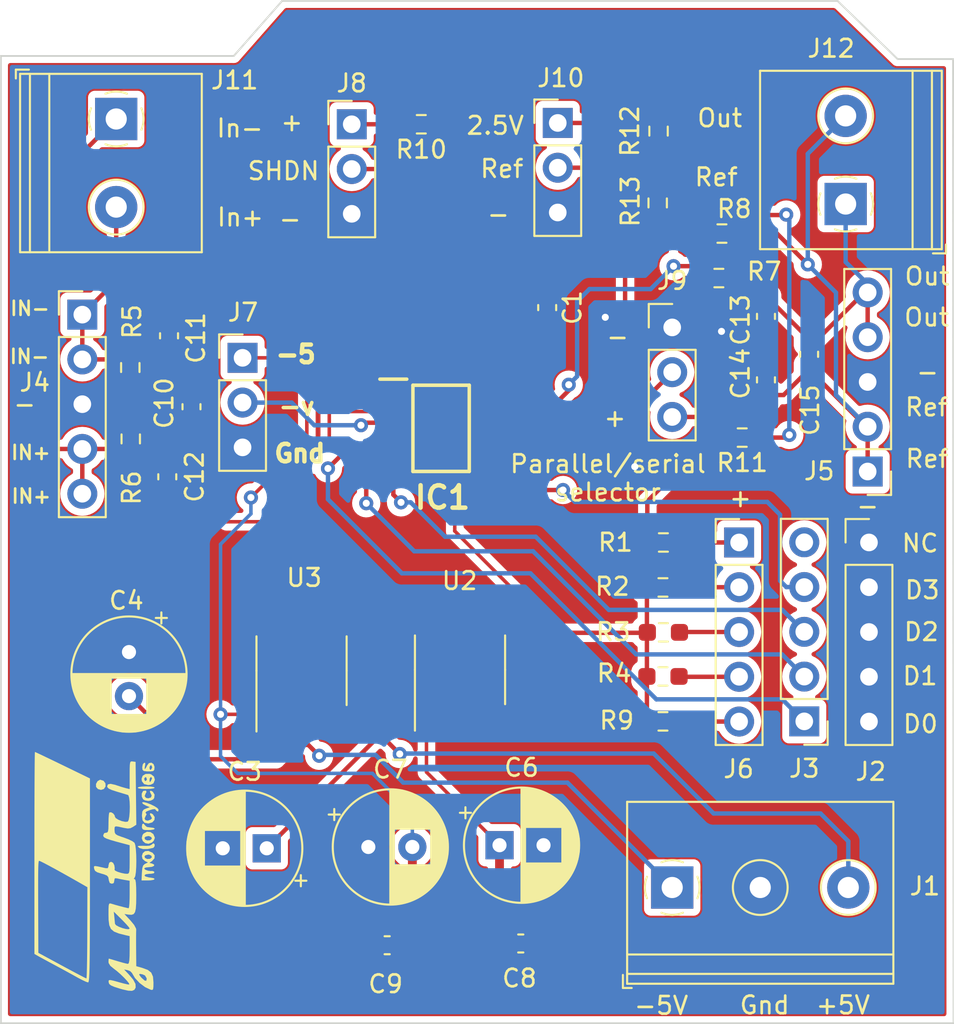
<source format=kicad_pcb>
(kicad_pcb (version 20211014) (generator pcbnew)
  (title_block (title "Amplifier board") (date "2022-06-09") (company "Yatri Motorcycles"))
  (layers (0 "F.Cu" signal) (31 "B.Cu" signal) (34 "B.Paste" user) (35 "F.Paste" user) (36 "B.SilkS" user "B.Silkscreen") (37 "F.SilkS" user "F.Silkscreen") (38 "B.Mask" user) (39 "F.Mask" user) (44 "Edge.Cuts" user))
  (net 0 "")
  (net 1 "GND")
  (net 2 "+5")
  (net 3 "Net-(C3-Pad1)")
  (net 4 "IN-")
  (net 5 "IN+")
  (net 7 "D0")
  (net 8 "D1")
  (net 9 "D2")
  (net 10 "D3")
  (net 11 "-5")
  (net 13 "OUT")
  (net 14 "Net-(C4-Pad2)")
  (net 15 "Net-(J11-Pad2)")
  (net 16 "Net-(J11-Pad1)")
  (net 17 "Net-(C13-Pad1)")
  (net 18 "Net-(C14-Pad2)")
  (net 23 "Net-(IC1-Pad1)")
  (net 24 "Net-(IC1-Pad4)")
  (net 25 "Net-(IC1-Pad11)")
  (net 27 "Net-(J6-Pad1)")
  (net 28 "Net-(J6-Pad2)")
  (net 29 "Net-(J6-Pad3)")
  (net 30 "Net-(J6-Pad4)")
  (net 31 "Net-(J6-Pad5)")
  (net 32 "Net-(J8-Pad1)")
  (net 33 "Net-(J9-Pad3)")
  (net 34 "Net-(J10-Pad1)")
  (net 35 "REF")
  (footprint "Connector_PinHeader_2.54mm:PinHeader_1x05_P2.54mm_Vertical" (layer "F.Cu") (at 120.838 82.8585)
    (fp_text reference "J4")
    (fp_text value "Conn_01x05_Male" hide)
  )
  (footprint "Capacitor_SMD:C_0603_1608Metric_Pad1.08x0.95mm_HandSolder" (layer "F.Cu") (at 127.038 88.0835 90)
    (fp_text reference "C10")
    (fp_text value "C")
  )
  (footprint "Capacitor_SMD:C_0603_1608Metric_Pad1.08x0.95mm_HandSolder" (layer "F.Cu") (at 125.663 92.0585 -90)
    (fp_text reference "C12")
    (fp_text value "C")
  )
  (footprint "Package_SO:SOIC-8_3.9x4.9mm_P1.27mm" (layer "F.Cu") (at 133.288 103.0585 90)
    (fp_text reference "U3")
    (fp_text value "L79L08_SO8")
  )
  (footprint "Resistor_SMD:R_0603_1608Metric_Pad0.98x0.95mm_HandSolder" (layer "F.Cu") (at 158.313 89.8335 180)
    (fp_text reference "R11")
    (fp_text value "470")
  )
  (footprint "Resistor_SMD:R_0603_1608Metric_Pad0.98x0.95mm_HandSolder" (layer "F.Cu") (at 153.838 100.8835)
    (fp_text reference "R3")
    (fp_text value "470" hide)
  )
  (footprint "Resistor_SMD:R_0603_1608Metric_Pad0.98x0.95mm_HandSolder" (layer "F.Cu") (at 153.513 76.521 -90)
    (fp_text reference "R13")
    (fp_text value "4.7k")
  )
  (footprint "Capacitor_THT:CP_Radial_D6.3mm_P2.50mm" (layer "F.Cu") (at 144.530621 112.9585)
    (fp_text reference "C6")
    (fp_text value "100uF")
  )
  (footprint "Connector_PinHeader_2.54mm:PinHeader_1x03_P2.54mm_Vertical" (layer "F.Cu") (at 136.138 72.0585)
    (fp_text reference "J8")
    (fp_text value "Conn_01x03_Male" hide)
  )
  (footprint "Resistor_SMD:R_0603_1608Metric_Pad0.98x0.95mm_HandSolder" (layer "F.Cu") (at 153.813 98.3335)
    (fp_text reference "R2")
    (fp_text value "470" hide)
  )
  (footprint "Capacitor_SMD:C_0603_1608Metric_Pad1.08x0.95mm_HandSolder" (layer "F.Cu") (at 147.238 82.4585 -90)
    (fp_text reference "C1")
    (fp_text value "0.1")
  )
  (footprint "Resistor_SMD:R_0603_1608Metric_Pad0.98x0.95mm_HandSolder" (layer "F.Cu") (at 123.588 89.9085 -90)
    (fp_text reference "R6")
    (fp_text value "0")
  )
  (footprint "Resistor_SMD:R_0603_1608Metric_Pad0.98x0.95mm_HandSolder" (layer "F.Cu") (at 123.563 85.8585 90)
    (fp_text reference "R5")
    (fp_text value "0")
  )
  (footprint "Resistor_SMD:R_0603_1608Metric_Pad0.98x0.95mm_HandSolder" (layer "F.Cu") (at 140.088 72.0585 180)
    (fp_text reference "R10")
    (fp_text value "470")
  )
  (footprint "Connector_PinHeader_2.54mm:PinHeader_1x03_P2.54mm_Vertical" (layer "F.Cu") (at 147.838 71.9835)
    (fp_text reference "J10")
    (fp_text value "Conn_01x03_Male" hide)
  )
  (footprint "Connector_PinHeader_2.54mm:PinHeader_1x03_P2.54mm_Vertical" (layer "F.Cu") (at 154.338 83.5835)
    (fp_text reference "J9")
    (fp_text value "Conn_01x03_Male" hide)
  )
  (footprint "Resistor_SMD:R_0603_1608Metric_Pad0.98x0.95mm_HandSolder" (layer "F.Cu") (at 157.163 78.2585)
    (fp_text reference "R8")
    (fp_text value "0")
  )
  (footprint "Connector_PinHeader_2.54mm:PinHeader_1x05_P2.54mm_Vertical" (layer "F.Cu") (at 158.138 95.7835)
    (fp_text reference "J6")
    (fp_text value "Conn_01x05_Male" hide)
  )
  (footprint "Capacitor_SMD:C_0603_1608Metric_Pad1.08x0.95mm_HandSolder" (layer "F.Cu") (at 162.113 85.1085 -90)
    (fp_text reference "C15")
    (fp_text value "C" hide)
  )
  (footprint "Capacitor_THT:CP_Radial_D6.3mm_P2.50mm" (layer "F.Cu") (at 123.488 102.001121 -90)
    (fp_text reference "C4")
    (fp_text value "100uF")
  )
  (footprint "Resistor_SMD:R_0603_1608Metric_Pad0.98x0.95mm_HandSolder" (layer "F.Cu") (at 153.813 103.3835)
    (fp_text reference "R4")
    (fp_text value "470" hide)
  )
  (footprint "Capacitor_SMD:C_0603_1608Metric_Pad1.08x0.95mm_HandSolder" (layer "F.Cu") (at 159.663 82.9585 -90)
    (fp_text reference "C13")
    (fp_text value "C" hide)
  )
  (footprint "Capacitor_SMD:C_0603_1608Metric_Pad1.08x0.95mm_HandSolder" (layer "F.Cu") (at 159.663 86.5585 -90)
    (fp_text reference "C14")
    (fp_text value "C" hide)
  )
  (footprint "Capacitor_THT:CP_Radial_D6.3mm_P2.50mm" (layer "F.Cu") (at 131.313 113.1335 180)
    (fp_text reference "C3")
    (fp_text value "100uF")
  )
  (footprint "LOGO" (layer "F.Cu") (at 121.422 114.5815 90)
    (fp_text reference "G***" hide)
    (fp_text value "LOGO" hide)
  )
  (footprint "Resistor_SMD:R_0603_1608Metric_Pad0.98x0.95mm_HandSolder" (layer "F.Cu") (at 153.563 72.446 -90)
    (fp_text reference "R12")
    (fp_text value "4.7k" hide)
  )
  (footprint "TerminalBlock_Philmore:TerminalBlock_Philmore_TB132_1x02_P5.00mm_Horizontal" (layer "F.Cu") (at 164.188 76.5835 90)
    (fp_text reference "J12")
    (fp_text value "Screw_Terminal_01x02" hide)
  )
  (footprint "Capacitor_SMD:C_0603_1608Metric_Pad1.08x0.95mm_HandSolder" (layer "F.Cu") (at 138.1505 118.6335)
    (fp_text reference "C9")
    (fp_text value "0.1uF")
  )
  (footprint "Resistor_SMD:R_0603_1608Metric_Pad0.98x0.95mm_HandSolder" (layer "F.Cu") (at 156.988 80.7835)
    (fp_text reference "R7")
    (fp_text value "0")
  )
  (footprint "Capacitor_THT:CP_Radial_D6.3mm_P2.50mm" (layer "F.Cu") (at 137.080621 113.0585)
    (fp_text reference "C7")
    (fp_text value "100uf")
  )
  (footprint "Connector_PinHeader_2.54mm:PinHeader_1x05_P2.54mm_Vertical" (layer "F.Cu") (at 165.513 95.7835)
    (fp_text reference "J2")
    (fp_text value "Conn_01x05_Male" hide)
  )
  (footprint "Capacitor_SMD:C_0603_1608Metric_Pad1.08x0.95mm_HandSolder" (layer "F.Cu") (at 125.763 84.0585 -90)
    (fp_text reference "C11")
    (fp_text value "C")
  )
  (footprint "TerminalBlock_Philmore:TerminalBlock_Philmore_TB133_1x03_P5.00mm_Horizontal" (layer "F.Cu") (at 154.338 115.3585)
    (fp_text reference "J1")
    (fp_text value "Screw_Terminal_01x03")
  )
  (footprint "Resistor_SMD:R_0603_1608Metric_Pad0.98x0.95mm_HandSolder" (layer "F.Cu") (at 153.838 95.7835)
    (fp_text reference "R1")
    (fp_text value "470" hide)
  )
  (footprint "Connector_PinHeader_2.54mm:PinHeader_1x05_P2.54mm_Vertical" (layer "F.Cu") (at 161.838 105.9335 180)
    (fp_text reference "J3")
    (fp_text value "Conn_01x05_Male" hide)
  )
  (footprint "Resistor_SMD:R_0603_1608Metric_Pad0.98x0.95mm_HandSolder" (layer "F.Cu") (at 153.813 105.9335)
    (fp_text reference "R9")
    (fp_text value "470" hide)
  )
  (footprint "Package_SO:SOIC-8_3.9x4.9mm_P1.27mm" (layer "F.Cu") (at 142.288 103.0085 90)
    (fp_text reference "U2")
    (fp_text value "L78L09_SO8")
  )
  (footprint "Connector_PinHeader_2.54mm:PinHeader_1x03_P2.54mm_Vertical" (layer "F.Cu") (at 129.938 85.3085)
    (fp_text reference "J7")
    (fp_text value "Conn_01x03_Male" hide)
  )
  (footprint "Capacitor_SMD:C_0603_1608Metric_Pad1.08x0.95mm_HandSolder" (layer "F.Cu") (at 145.738 118.5335)
    (fp_text reference "C8")
    (fp_text value "0.1uF")
  )
  (footprint "Connector_PinHeader_2.54mm:PinHeader_1x05_P2.54mm_Vertical" (layer "F.Cu") (at 165.438 91.7585 180)
    (fp_text reference "J5")
    (fp_text value "Conn_01x05_Male" hide)
  )
  (footprint "TerminalBlock_Philmore:TerminalBlock_Philmore_TB132_1x02_P5.00mm_Horizontal" (layer "F.Cu") (at 122.763 71.7585 -90)
    (fp_text reference "J11")
    (fp_text value "Screw_Terminal_01x02" hide)
  )
  (footprint "LTC6915:SOP64P601X175-16N" (layer "F.Cu") (at 141.213 89.3085)
    (fp_text reference "IC1")
    (fp_text value "LTC6915IGN#PBF" hide)
  )
  (gr_line (start 116.213 68.1835) (end 129.438 68.1835) (layer "Edge.Cuts") (width 0.1))
  (gr_line (start 170.313 123.0585) (end 116.213 123.0585) (layer "Edge.Cuts") (width 0.1))
  (gr_line (start 167.138 68.3585) (end 170.288 68.3585) (layer "Edge.Cuts") (width 0.1))
  (gr_line (start 116.213 123.0585) (end 116.213 68.1835) (layer "Edge.Cuts") (width 0.1))
  (gr_line (start 170.288 68.3585) (end 170.313 123.0585) (layer "Edge.Cuts") (width 0.1))
  (gr_line (start 129.438 68.1835) (end 132.188 65.0585) (layer "Edge.Cuts") (width 0.1))
  (gr_line (start 163.7255 65.0585) (end 167.138 68.3585) (layer "Edge.Cuts") (width 0.1))
  (gr_line (start 132.188 65.0585) (end 163.7255 65.0585) (layer "Edge.Cuts") (width 0.1))
  (gr_text "Out" (at 157.038 71.7085) (layer "F.SilkS") (effects (font (size 1 1))))
  (gr_text "In+" (at 129.813 77.3335) (layer "F.SilkS") (effects (font (size 1 1))))
  (gr_text "Gnd" (at 159.588 122.0335) (layer "F.SilkS") (effects (font (size 1 1))))
  (gr_text "+" (at 158.213 93.2585) (layer "F.SilkS") (effects (font (size 1 1))))
  (gr_text "-5V" (at 153.713 122.0585) (layer "F.SilkS") (effects (font (size 1 1))))
  (gr_text "-5" (at 132.963 85.1085) (layer "F.SilkS") (effects (font (size 1 1) (thickness 0.25))))
  (gr_text "Ref" (at 156.838 75.0585) (layer "F.SilkS") (effects (font (size 1 1))))
  (gr_text "2.5V" (at 144.288 72.1335) (layer "F.SilkS") (effects (font (size 1 1))))
  (gr_text "Out" (at 168.813 80.6835) (layer "F.SilkS") (effects (font (size 1 1))))
  (gr_text "+" (at 132.738 71.9335) (layer "F.SilkS") (effects (font (size 1 1))))
  (gr_text "IN-" (at 117.838 85.2335) (layer "F.SilkS") (effects (font (size 0.8 0.8))))
  (gr_text "-" (at 144.463 77.1585) (layer "F.SilkS") (effects (font (size 1 1))))
  (gr_text "Parallel/serial\nselector" (at 150.688 92.1335) (layer "F.SilkS") (effects (font (size 1 1))))
  (gr_text "IN-" (at 117.863 82.5085) (layer "F.SilkS") (effects (font (size 0.8 0.8))))
  (gr_text "IN+" (at 117.913 90.6835) (layer "F.SilkS") (effects (font (size 0.8 0.8))))
  (gr_text "-" (at 165.438 93.7085) (layer "F.SilkS") (effects (font (size 1 1))))
  (gr_text "+5V" (at 164.038 122.0335) (layer "F.SilkS") (effects (font (size 1 1))))
  (gr_text "-" (at 132.638 77.4335) (layer "F.SilkS") (effects (font (size 1 1))))
  (gr_text "D2" (at 168.488 100.8585) (layer "F.SilkS") (effects (font (size 1 1))))
  (gr_text "-v" (at 133.013 88.0585) (layer "F.SilkS") (effects (font (size 1 1) (thickness 0.2))))
  (gr_text "D1" (at 168.413 103.3585) (layer "F.SilkS") (effects (font (size 1 1))))
  (gr_text "Ref" (at 168.788 88.1085) (layer "F.SilkS") (effects (font (size 1 1))))
  (gr_text "D0" (at 168.438 106.0835) (layer "F.SilkS") (effects (font (size 1 1))))
  (gr_text "SHDN" (at 132.263 74.7085) (layer "F.SilkS") (effects (font (size 1 1))))
  (gr_text "In-" (at 129.788 72.2835) (layer "F.SilkS") (effects (font (size 1 1))))
  (gr_text "D3" (at 168.538 98.4835) (layer "F.SilkS") (effects (font (size 1 1))))
  (gr_text "+" (at 151.088 88.7085) (layer "F.SilkS") (effects (font (size 1 1))))
  (gr_text "-" (at 117.563 87.9335) (layer "F.SilkS") (effects (font (size 1 1))))
  (gr_text "-" (at 168.838 86.1085) (layer "F.SilkS") (effects (font (size 1 1))))
  (gr_text "-" (at 151.238 84.1085) (layer "F.SilkS") (effects (font (size 1 1))))
  (gr_text "NC" (at 168.413 95.8335) (layer "F.SilkS") (effects (font (size 1 1))))
  (gr_text "Ref" (at 168.813 91.0335) (layer "F.SilkS") (effects (font (size 1 1))))
  (gr_text "Ref" (at 144.663 74.5835) (layer "F.SilkS") (effects (font (size 1 1))))
  (gr_text "IN+" (at 117.938 93.1585) (layer "F.SilkS") (effects (font (size 0.8 0.8))))
  (gr_text "Gnd" (at 133.188 90.7335) (layer "F.SilkS") (effects (font (size 1 1) (thickness 0.25))))
  (gr_text "Out" (at 168.788 83.0085) (layer "F.SilkS") (effects (font (size 1 1))))
  (segment (start 143.925 90.8965) (end 151.626 90.8965) (width 0.25) (layer "F.Cu") (net 1))
  (segment (start 151.626 90.8965) (end 152.213 91.4835) (width 0.25) (layer "F.Cu") (net 1))
  (via (at 150.538 83.0085) (size 0.8) (drill 0.4) (layers "F.Cu" "B.Cu") (net 1))
  (via (at 157.138 83.8085) (size 0.8) (drill 0.4) (layers "F.Cu" "B.Cu") (net 1))
  (via (at 152.213 91.4835) (size 0.8) (drill 0.4) (layers "F.Cu" "B.Cu") (net 1))
  (segment (start 154.338 83.5835) (end 151.113 83.5835) (width 0.25) (layer "B.Cu") (net 1))
  (segment (start 151.113 83.5835) (end 150.538 83.0085) (width 0.25) (layer "B.Cu") (net 1))
  (segment (start 147.338 100.4835) (end 141.988489 95.133989) (width 0.2) (layer "F.Cu") (net 2))
  (segment (start 147.363 100.9085) (end 152.9005 100.9085) (width 0.25) (layer "F.Cu") (net 2))
  (segment (start 159.2255 90.846) (end 159.2255 89.8335) (width 0.25) (layer "F.Cu") (net 2))
  (segment (start 152.9255 93.446) (end 154.188 92.1835) (width 0.25) (layer "F.Cu") (net 2))
  (segment (start 141.988489 95.133989) (end 141.988489 92.918752) (width 0.2) (layer "F.Cu") (net 2))
  (segment (start 140.383 105.4835) (end 140.383 104.3885) (width 0.2) (layer "F.Cu") (net 2))
  (segment (start 141.813 102.9585) (end 146.938 102.9585) (width 0.2) (layer "F.Cu") (net 2))
  (segment (start 141.0005 71.596) (end 141.0005 72.0585) (width 0.25) (layer "F.Cu") (net 2))
  (segment (start 142.413 87.6895) (end 143.016 87.0865) (width 0.2) (layer "F.Cu") (net 2))
  (segment (start 143.663 68.9335) (end 141.0005 71.596) (width 0.25) (layer "F.Cu") (net 2))
  (segment (start 155.513 77.2835) (end 155.588 77.2085) (width 0.25) (layer "F.Cu") (net 2))
  (segment (start 152.9005 105.9335) (end 152.9005 103.3835) (width 0.25) (layer "F.Cu") (net 2))
  (segment (start 146.938 102.9585) (end 147.338 102.5585) (width 0.2) (layer "F.Cu") (net 2))
  (segment (start 157.088 70.9335) (end 155.088 68.9335) (width 0.25) (layer "F.Cu") (net 2))
  (segment (start 140.383 104.3885) (end 141.813 102.9585) (width 0.2) (layer "F.Cu") (net 2))
  (segment (start 140.383 108.810879) (end 144.530621 112.9585) (width 0.2) (layer "F.Cu") (net 2))
  (segment (start 152.9255 95.7835) (end 152.9255 93.446) (width 0.25) (layer "F.Cu") (net 2))
  (segment (start 159.2255 91.071) (end 159.2255 90.846) (width 0.25) (layer "F.Cu") (net 2))
  (segment (start 141.988489 92.918752) (end 142.413 92.494241) (width 0.2) (layer "F.Cu") (net 2))
  (segment (start 147.238 83.321) (end 143.925 86.634) (width 0.2) (layer "F.Cu") (net 2))
  (segment (start 152.9255 95.7835) (end 152.9255 98.3085) (width 0.25) (layer "F.Cu") (net 2))
  (segment (start 155.088 68.9335) (end 143.663 68.9335) (width 0.25) (layer "F.Cu") (net 2))
  (segment (start 152.9005 100.9085) (end 152.9255 100.8835) (width 0.25) (layer "F.Cu") (net 2))
  (segment (start 140.383 105.4835) (end 140.383 108.810879) (width 0.2) (layer "F.Cu") (net 2))
  (segment (start 147.338 102.5585) (end 147.338 100.4835) (width 0.2) (layer "F.Cu") (net 2))
  (segment (start 155.363 77.4335) (end 155.513 77.2835) (width 0.25) (layer "F.Cu") (net 2))
  (segment (start 155.588 77.2085) (end 160.863 77.2085) (width 0.25) (layer "F.Cu") (net 2))
  (segment (start 159.2255 89.8335) (end 160.838 89.8335) (width 0.25) (layer "F.Cu") (net 2))
  (segment (start 152.9005 98.3335) (end 152.9005 100.8585) (width 0.25) (layer "F.Cu") (net 2))
  (segment (start 152.9005 100.8585) (end 152.9255 100.8835) (width 0.25) (layer "F.Cu") (net 2))
  (segment (start 152.9005 103.3835) (end 152.9005 100.9085) (width 0.25) (layer "F.Cu") (net 2))
  (segment (start 152.9255 98.3085) (end 152.9005 98.3335) (width 0.25) (layer "F.Cu") (net 2))
  (segment (start 144.530621 118.188621) (end 144.8755 118.5335) (width 0.5) (layer "F.Cu") (net 2))
  (segment (start 153.513 77.4335) (end 155.363 77.4335) (width 0.25) (layer "F.Cu") (net 2))
  (segment (start 160.838 89.8335) (end 160.988 89.6835) (width 0.25) (layer "F.Cu") (net 2))
  (segment (start 154.188 92.1835) (end 158.113 92.1835) (width 0.25) (layer "F.Cu") (net 2))
  (segment (start 158.113 92.1835) (end 159.2255 91.071) (width 0.25) (layer "F.Cu") (net 2))
  (segment (start 155.513 77.2835) (end 157.088 75.7085) (width 0.25) (layer "F.Cu") (net 2))
  (segment (start 142.413 92.494241) (end 142.413 87.6895) (width 0.2) (layer "F.Cu") (net 2))
  (segment (start 143.016 87.0865) (end 143.925 87.0865) (width 0.2) (layer "F.Cu") (net 2))
  (segment (start 157.088 75.7085) (end 157.088 70.9335) (width 0.25) (layer "F.Cu") (net 2))
  (segment (start 144.530621 112.9585) (end 144.530621 118.188621) (width 0.5) (layer "F.Cu") (net 2))
  (segment (start 143.925 86.634) (end 143.925 87.0865) (width 0.2) (layer "F.Cu") (net 2))
  (via (at 160.813 77.1835) (size 0.8) (drill 0.4) (layers "F.Cu" "B.Cu") (net 2))
  (via (at 160.988 89.6835) (size 0.8) (drill 0.4) (layers "F.Cu" "B.Cu") (net 2))
  (segment (start 160.813 77.1835) (end 160.988 77.3585) (width 0.25) (layer "B.Cu") (net 2))
  (segment (start 160.988 77.3585) (end 160.988 89.6835) (width 0.25) (layer "B.Cu") (net 2))
  (segment (start 138.863 107.7835) (end 137.838 106.7585) (width 0.25) (layer "F.Cu") (net 3))
  (segment (start 139.463 100.5335) (end 140.383 100.5335) (width 0.25) (layer "F.Cu") (net 3))
  (segment (start 137.688 106.7585) (end 137.688 102.3085) (width 0.25) (layer "F.Cu") (net 3))
  (segment (start 131.313 113.1335) (end 137.688 106.7585) (width 0.25) (layer "F.Cu") (net 3))
  (segment (start 137.838 106.7585) (end 137.688 106.7585) (width 0.25) (layer "F.Cu") (net 3))
  (segment (start 137.688 102.3085) (end 139.463 100.5335) (width 0.25) (layer "F.Cu") (net 3))
  (via (at 138.863 107.7835) (size 0.8) (drill 0.4) (layers "F.Cu" "B.Cu") (net 3))
  (segment (start 162.763 111.1585) (end 164.338 112.7335) (width 0.25) (layer "B.Cu") (net 3))
  (segment (start 138.863 107.7835) (end 138.888 107.7585) (width 0.25) (layer "B.Cu") (net 3))
  (segment (start 164.338 112.7335) (end 164.338 115.3585) (width 0.25) (layer "B.Cu") (net 3))
  (segment (start 153.288 107.7585) (end 156.688 111.1585) (width 0.25) (layer "B.Cu") (net 3))
  (segment (start 138.888 107.7585) (end 153.288 107.7585) (width 0.25) (layer "B.Cu") (net 3))
  (segment (start 156.688 111.1585) (end 162.763 111.1585) (width 0.25) (layer "B.Cu") (net 3))
  (segment (start 127.313 83.371) (end 125.763 84.921) (width 0.2) (layer "F.Cu") (net 4))
  (segment (start 125.763 84.921) (end 127.038 86.196) (width 0.2) (layer "F.Cu") (net 4))
  (segment (start 132.688 81.1335) (end 128.038 81.1335) (width 0.2) (layer "F.Cu") (net 4))
  (segment (start 137.213 85.6585) (end 132.688 81.1335) (width 0.2) (layer "F.Cu") (net 4))
  (segment (start 127.313 81.8585) (end 127.313 83.371) (width 0.2) (layer "F.Cu") (net 4))
  (segment (start 137.213 87.3585) (end 137.213 85.6585) (width 0.2) (layer "F.Cu") (net 4))
  (segment (start 128.038 81.1335) (end 127.313 81.8585) (width 0.2) (layer "F.Cu") (net 4))
  (segment (start 126.588 86.771) (end 127.038 87.221) (width 0.2) (layer "F.Cu") (net 4))
  (segment (start 123.563 86.771) (end 126.588 86.771) (width 0.2) (layer "F.Cu") (net 4))
  (segment (start 137.575 87.7205) (end 137.213 87.3585) (width 0.2) (layer "F.Cu") (net 4))
  (segment (start 138.501 87.7205) (end 137.575 87.7205) (width 0.2) (layer "F.Cu") (net 4))
  (segment (start 127.038 86.196) (end 127.038 87.221) (width 0.2) (layer "F.Cu") (net 4))
  (segment (start 127.038 90.5085) (end 127.038 88.946) (width 0.2) (layer "F.Cu") (net 5))
  (segment (start 134.863 88.4335) (end 134.94 88.3565) (width 0.2) (layer "F.Cu") (net 5))
  (segment (start 131.263 94.6085) (end 133.338 92.5335) (width 0.2) (layer "F.Cu") (net 5))
  (segment (start 127.038 92.6085) (end 129.038 94.6085) (width 0.2) (layer "F.Cu") (net 5))
  (segment (start 134.863 89.9835) (end 134.863 88.4335) (width 0.2) (layer "F.Cu") (net 5))
  (segment (start 134.94 88.3565) (end 138.501 88.3565) (width 0.2) (layer "F.Cu") (net 5))
  (segment (start 133.338 92.5335) (end 133.338 91.5085) (width 0.2) (layer "F.Cu") (net 5))
  (segment (start 127.038 90.646) (end 127.038 92.6085) (width 0.2) (layer "F.Cu") (net 5))
  (segment (start 129.038 94.6085) (end 131.263 94.6085) (width 0.2) (layer "F.Cu") (net 5))
  (segment (start 126.988 88.996) (end 127.038 88.946) (width 0.2) (layer "F.Cu") (net 5))
  (segment (start 133.338 91.5085) (end 134.863 89.9835) (width 0.2) (layer "F.Cu") (net 5))
  (segment (start 125.663 91.196) (end 126.3505 91.196) (width 0.2) (layer "F.Cu") (net 5))
  (segment (start 123.588 88.996) (end 126.988 88.996) (width 0.2) (layer "F.Cu") (net 5))
  (segment (start 127.038 90.646) (end 127.038 90.5085) (width 0.2) (layer "F.Cu") (net 5))
  (segment (start 126.3505 91.196) (end 127.038 90.5085) (width 0.2) (layer "F.Cu") (net 5))
  (segment (start 136.111 90.2605) (end 134.788 91.5835) (width 0.25) (layer "F.Cu") (net 7))
  (segment (start 138.501 90.2605) (end 136.111 90.2605) (width 0.25) (layer "F.Cu") (net 7))
  (via (at 134.788 91.5835) (size 0.8) (drill 0.4) (layers "F.Cu" "B.Cu") (net 7))
  (segment (start 160.588 104.6835) (end 161.838 105.9335) (width 0.25) (layer "B.Cu") (net 7))
  (segment (start 146.288 97.5335) (end 153.438 104.6835) (width 0.25) (layer "B.Cu") (net 7))
  (segment (start 134.788 91.5835) (end 134.788 93.3335) (width 0.25) (layer "B.Cu") (net 7))
  (segment (start 138.988 97.5335) (end 146.288 97.5335) (width 0.25) (layer "B.Cu") (net 7))
  (segment (start 153.438 104.6835) (end 160.588 104.6835) (width 0.25) (layer "B.Cu") (net 7))
  (segment (start 134.788 93.3335) (end 138.988 97.5335) (width 0.25) (layer "B.Cu") (net 7))
  (segment (start 137.488 90.8965) (end 138.501 90.8965) (width 0.25) (layer "F.Cu") (net 8))
  (segment (start 136.963 91.4215) (end 137.488 90.8965) (width 0.25) (layer "F.Cu") (net 8))
  (segment (start 136.963 93.5585) (end 136.963 91.4215) (width 0.25) (layer "F.Cu") (net 8))
  (via (at 136.963 93.5585) (size 0.8) (drill 0.4) (layers "F.Cu" "B.Cu") (net 8))
  (segment (start 146.438 96.2835) (end 152.288 102.1335) (width 0.25) (layer "B.Cu") (net 8))
  (segment (start 139.688 96.2835) (end 146.438 96.2835) (width 0.25) (layer "B.Cu") (net 8))
  (segment (start 152.288 102.1335) (end 160.578 102.1335) (width 0.25) (layer "B.Cu") (net 8))
  (segment (start 160.578 102.1335) (end 161.838 103.3935) (width 0.25) (layer "B.Cu") (net 8))
  (segment (start 136.963 93.5585) (end 139.688 96.2835) (width 0.25) (layer "B.Cu") (net 8))
  (segment (start 138.938 93.5085) (end 138.501 93.0715) (width 0.25) (layer "F.Cu") (net 9))
  (segment (start 138.501 93.0715) (end 138.501 91.5305) (width 0.25) (layer "F.Cu") (net 9))
  (via (at 138.938 93.5085) (size 0.8) (drill 0.4) (layers "F.Cu" "B.Cu") (net 9))
  (segment (start 139.488386 93.5085) (end 141.438386 95.4585) (width 0.25) (layer "B.Cu") (net 9))
  (segment (start 150.738 99.6085) (end 160.593 99.6085) (width 0.25) (layer "B.Cu") (net 9))
  (segment (start 138.938 93.5085) (end 139.488386 93.5085) (width 0.25) (layer "B.Cu") (net 9))
  (segment (start 146.588 95.4585) (end 150.738 99.6085) (width 0.25) (layer "B.Cu") (net 9))
  (segment (start 141.438386 95.4585) (end 146.588 95.4585) (width 0.25) (layer "B.Cu") (net 9))
  (segment (start 160.593 99.6085) (end 161.838 100.8535) (width 0.25) (layer "B.Cu") (net 9))
  (segment (start 148.138 92.8085) (end 145.313 92.8085) (width 0.25) (layer "F.Cu") (net 10))
  (segment (start 145.313 92.8085) (end 144.035 91.5305) (width 0.25) (layer "F.Cu") (net 10))
  (segment (start 144.035 91.5305) (end 143.925 91.5305) (width 0.25) (layer "F.Cu") (net 10))
  (via (at 148.138 92.8085) (size 0.8) (drill 0.4) (layers "F.Cu" "B.Cu") (net 10))
  (segment (start 160.463 97.9585) (end 160.818 98.3135) (width 0.25) (layer "B.Cu") (net 10))
  (segment (start 148.813 93.4835) (end 159.738 93.4835) (width 0.25) (layer "B.Cu") (net 10))
  (segment (start 160.463 94.2085) (end 160.463 97.9585) (width 0.25) (layer "B.Cu") (net 10))
  (segment (start 148.138 92.8085) (end 148.813 93.4835) (width 0.25) (layer "B.Cu") (net 10))
  (segment (start 160.818 98.3135) (end 161.838 98.3135) (width 0.25) (layer "B.Cu") (net 10))
  (segment (start 159.738 93.4835) (end 160.463 94.2085) (width 0.25) (layer "B.Cu") (net 10))
  (segment (start 132.788 85.3085) (end 133.588 86.1085) (width 0.2) (layer "F.Cu") (net 11))
  (segment (start 133.588 90.0585) (end 130.413 93.2335) (width 0.2) (layer "F.Cu") (net 11))
  (segment (start 139.580621 118.065879) (end 139.013 118.6335) (width 0.5) (layer "F.Cu") (net 11))
  (segment (start 129.938 85.3085) (end 132.788 85.3085) (width 0.2) (layer "F.Cu") (net 11))
  (segment (start 128.688 105.5335) (end 131.383 105.5335) (width 0.2) (layer "F.Cu") (net 11))
  (segment (start 133.588 86.1085) (end 133.588 90.0585) (width 0.2) (layer "F.Cu") (net 11))
  (segment (start 139.580621 113.0585) (end 139.580621 118.065879) (width 0.5) (layer "F.Cu") (net 11))
  (via (at 128.688 105.5335) (size 0.8) (drill 0.4) (layers "F.Cu" "B.Cu") (net 11))
  (via (at 130.413 93.2335) (size 0.8) (drill 0.4) (layers "F.Cu" "B.Cu") (net 11))
  (segment (start 128.688 95.8835) (end 130.413 94.1585) (width 0.2) (layer "B.Cu") (net 11))
  (segment (start 129.663 108.8835) (end 137.313 108.8835) (width 0.2) (layer "B.Cu") (net 11))
  (segment (start 130.413 94.1585) (end 130.413 93.2335) (width 0.2) (layer "B.Cu") (net 11))
  (segment (start 128.688 105.5335) (end 128.688 107.9085) (width 0.2) (layer "B.Cu") (net 11))
  (segment (start 128.688 107.9085) (end 129.663 108.8835) (width 0.2) (layer "B.Cu") (net 11))
  (segment (start 137.313 108.8835) (end 139.580621 111.151121) (width 0.2) (layer "B.Cu") (net 11))
  (segment (start 139.580621 111.151121) (end 139.580621 113.0585) (width 0.2) (layer "B.Cu") (net 11))
  (segment (start 128.688 105.5335) (end 128.688 95.8835) (width 0.2) (layer "B.Cu") (net 11))
  (segment (start 147.901 87.7205) (end 147.266 87.7205) (width 0.25) (layer "F.Cu") (net 13))
  (segment (start 148.463 86.8335) (end 148.463 87.1585) (width 0.25) (layer "F.Cu") (net 13))
  (segment (start 148.463 87.1585) (end 147.901 87.7205) (width 0.25) (layer "F.Cu") (net 13))
  (segment (start 147.012 88.3565) (end 147.266 88.1025) (width 0.25) (layer "F.Cu") (net 13))
  (segment (start 155.4005 80.1085) (end 156.0755 80.7835) (width 0.25) (layer "F.Cu") (net 13))
  (segment (start 154.413 80.1085) (end 155.4005 80.1085) (width 0.25) (layer "F.Cu") (net 13))
  (segment (start 147.266 88.1025) (end 147.266 87.7205) (width 0.25) (layer "F.Cu") (net 13))
  (segment (start 143.925 88.3565) (end 147.012 88.3565) (width 0.25) (layer "F.Cu") (net 13))
  (segment (start 147.266 87.7205) (end 143.925 87.7205) (width 0.25) (layer "F.Cu") (net 13))
  (via (at 154.413 80.1085) (size 0.8) (drill 0.4) (layers "F.Cu" "B.Cu") (net 13))
  (via (at 148.463 86.8335) (size 0.8) (drill 0.4) (layers "F.Cu" "B.Cu") (net 13))
  (segment (start 148.938 82.1085) (end 148.938 86.3585) (width 0.25) (layer "B.Cu") (net 13))
  (segment (start 149.638 81.4085) (end 148.938 82.1085) (width 0.25) (layer "B.Cu") (net 13))
  (segment (start 148.938 86.3585) (end 148.463 86.8335) (width 0.25) (layer "B.Cu") (net 13))
  (segment (start 154.413 80.1085) (end 153.113 81.4085) (width 0.25) (layer "B.Cu") (net 13))
  (segment (start 153.113 81.4085) (end 149.638 81.4085) (width 0.25) (layer "B.Cu") (net 13))
  (segment (start 132.653 100.5835) (end 133.923 100.5835) (width 0.25) (layer "F.Cu") (net 14))
  (segment (start 123.488 104.501121) (end 127.070379 108.0835) (width 0.25) (layer "F.Cu") (net 14))
  (segment (start 131.838 108.0835) (end 132.653 107.2685) (width 0.25) (layer "F.Cu") (net 14))
  (segment (start 134.288 107.8835) (end 133.673 107.2685) (width 0.25) (layer "F.Cu") (net 14))
  (segment (start 127.070379 108.0835) (end 131.838 108.0835) (width 0.25) (layer "F.Cu") (net 14))
  (segment (start 133.923 105.5335) (end 132.653 105.5335) (width 0.25) (layer "F.Cu") (net 14))
  (segment (start 133.923 100.5835) (end 133.923 105.5335) (width 0.25) (layer "F.Cu") (net 14))
  (segment (start 133.673 107.2685) (end 132.653 107.2685) (width 0.25) (layer "F.Cu") (net 14))
  (segment (start 132.653 107.2685) (end 132.653 105.5335) (width 0.25) (layer "F.Cu") (net 14))
  (via (at 134.288 107.8835) (size 0.8) (drill 0.4) (layers "F.Cu" "B.Cu") (net 14))
  (segment (start 143.338 109.4085) (end 139.063 109.4085) (width 0.25) (layer "B.Cu") (net 14))
  (segment (start 137.488 107.8335) (end 134.338 107.8335) (width 0.25) (layer "B.Cu") (net 14))
  (segment (start 143.338 109.4085) (end 148.388 109.4085) (width 0.25) (layer "B.Cu") (net 14))
  (segment (start 134.338 107.8335) (end 134.288 107.8835) (width 0.25) (layer "B.Cu") (net 14))
  (segment (start 139.063 109.4085) (end 137.488 107.8335) (width 0.25) (layer "B.Cu") (net 14))
  (segment (start 148.388 109.4085) (end 154.338 115.3585) (width 0.25) (layer "B.Cu") (net 14))
  (segment (start 122.763 80.9335) (end 120.838 82.8585) (width 0.25) (layer "F.Cu") (net 15))
  (segment (start 120.838 85.3985) (end 123.1105 85.3985) (width 0.25) (layer "F.Cu") (net 15))
  (segment (start 123.1105 85.3985) (end 123.563 84.946) (width 0.25) (layer "F.Cu") (net 15))
  (segment (start 120.838 82.8585) (end 120.838 85.3985) (width 0.25) (layer "F.Cu") (net 15))
  (segment (start 122.763 76.7585) (end 122.763 80.9335) (width 0.25) (layer "F.Cu") (net 15))
  (segment (start 118.438 76.0835) (end 118.438 90.0835) (width 0.25) (layer "F.Cu") (net 16))
  (segment (start 120.313 90.5035) (end 120.938 91.1285) (width 0.25) (layer "F.Cu") (net 16))
  (segment (start 120.938 92.4185) (end 120.313 93.0435) (width 0.25) (layer "F.Cu") (net 16))
  (segment (start 118.833 90.4785) (end 120.838 90.4785) (width 0.25) (layer "F.Cu") (net 16))
  (segment (start 118.438 90.0835) (end 118.833 90.4785) (width 0.25) (layer "F.Cu") (net 16))
  (segment (start 122.5255 90.821) (end 123.588 90.821) (width 0.25) (layer "F.Cu") (net 16))
  (segment (start 122.183 90.4785) (end 122.5255 90.821) (width 0.25) (layer "F.Cu") (net 16))
  (segment (start 122.763 71.7585) (end 118.438 76.0835) (width 0.25) (layer "F.Cu") (net 16))
  (segment (start 120.838 90.4785) (end 120.838 93.0185) (width 0.25) (layer "F.Cu") (net 16))
  (segment (start 122.183 90.4785) (end 120.838 90.4785) (width 0.25) (layer "F.Cu") (net 16))
  (segment (start 165.248 81.5985) (end 162.6005 84.246) (width 0.25) (layer "F.Cu") (net 17))
  (segment (start 162.6005 84.246) (end 162.113 84.246) (width 0.25) (layer "F.Cu") (net 17))
  (segment (start 165.438 81.5985) (end 165.248 81.5985) (width 0.25) (layer "F.Cu") (net 17))
  (segment (start 159.9255 82.0585) (end 162.113 84.246) (width 0.25) (layer "F.Cu") (net 17))
  (segment (start 157.9005 80.7835) (end 158.3505 80.7835) (width 0.25) (layer "F.Cu") (net 17))
  (segment (start 165.438 81.5985) (end 165.438 84.1385) (width 0.25) (layer "F.Cu") (net 17))
  (segment (start 158.3505 80.7835) (end 159.663 82.096) (width 0.25) (layer "F.Cu") (net 17))
  (segment (start 164.188 76.5835) (end 164.188 79.8735) (width 0.25) (layer "B.Cu") (net 17))
  (segment (start 164.188 79.8735) (end 165.338 81.0235) (width 0.25) (layer "B.Cu") (net 17))
  (segment (start 165.438 91.7585) (end 165.438 89.296) (width 0.25) (layer "F.Cu") (net 18))
  (segment (start 160.663 87.421) (end 162.113 85.971) (width 0.25) (layer "F.Cu") (net 18))
  (segment (start 160.288 78.2585) (end 158.0755 78.2585) (width 0.25) (layer "F.Cu") (net 18))
  (segment (start 162.038 80.0085) (end 160.288 78.2585) (width 0.25) (layer "F.Cu") (net 18))
  (segment (start 165.438 89.296) (end 162.113 85.971) (width 0.25) (layer "F.Cu") (net 18))
  (segment (start 159.663 87.421) (end 160.663 87.421) (width 0.25) (layer "F.Cu") (net 18))
  (via (at 162.038 80.0085) (size 0.8) (drill 0.4) (layers "F.Cu" "B.Cu") (net 18))
  (segment (start 162.038 80.0085) (end 163.638 81.6085) (width 0.25) (layer "B.Cu") (net 18))
  (segment (start 163.638 87.4185) (end 165.438 89.2185) (width 0.25) (layer "B.Cu") (net 18))
  (segment (start 163.638 81.6085) (end 163.638 87.4185) (width 0.25) (layer "B.Cu") (net 18))
  (segment (start 162.038 73.7335) (end 164.188 71.5835) (width 0.25) (layer "B.Cu") (net 18))
  (segment (start 162.038 80.0085) (end 162.038 73.7335) (width 0.25) (layer "B.Cu") (net 18))
  (segment (start 136.138 74.5985) (end 138.578 74.5985) (width 0.25) (layer "F.Cu") (net 23))
  (segment (start 140.663 76.6835) (end 140.663 86.3085) (width 0.25) (layer "F.Cu") (net 23))
  (segment (start 139.885 87.0865) (end 138.501 87.0865) (width 0.25) (layer "F.Cu") (net 23))
  (segment (start 138.578 74.5985) (end 140.663 76.6835) (width 0.25) (layer "F.Cu") (net 23))
  (segment (start 140.663 86.3085) (end 139.885 87.0865) (width 0.25) (layer "F.Cu") (net 23))
  (segment (start 136.806 88.9905) (end 138.501 88.9905) (width 0.25) (layer "F.Cu") (net 24))
  (segment (start 136.663 89.1335) (end 136.806 88.9905) (width 0.25) (layer "F.Cu") (net 24))
  (via (at 136.663 89.1335) (size 0.8) (drill 0.4) (layers "F.Cu" "B.Cu") (net 24))
  (segment (start 134.013 89.1335) (end 132.728 87.8485) (width 0.25) (layer "B.Cu") (net 24))
  (segment (start 132.728 87.8485) (end 129.938 87.8485) (width 0.25) (layer "B.Cu") (net 24))
  (segment (start 136.663 89.1335) (end 134.013 89.1335) (width 0.25) (layer "B.Cu") (net 24))
  (segment (start 143.925 90.2605) (end 150.311 90.2605) (width 0.25) (layer "F.Cu") (net 25))
  (segment (start 150.311 90.2605) (end 152.063 88.5085) (width 0.25) (layer "F.Cu") (net 25))
  (segment (start 152.063 88.5085) (end 152.063 88.3985) (width 0.25) (layer "F.Cu") (net 25))
  (segment (start 152.063 88.3985) (end 154.338 86.1235) (width 0.25) (layer "F.Cu") (net 25))
  (segment (start 158.188 95.7835) (end 154.7505 95.7835) (width 0.25) (layer "F.Cu") (net 27))
  (segment (start 158.188 98.3235) (end 154.7355 98.3235) (width 0.25) (layer "F.Cu") (net 28))
  (segment (start 154.7355 98.3235) (end 154.7255 98.3335) (width 0.25) (layer "F.Cu") (net 28))
  (segment (start 158.188 100.8635) (end 154.7705 100.8635) (width 0.25) (layer "F.Cu") (net 29))
  (segment (start 154.7705 100.8635) (end 154.7505 100.8835) (width 0.25) (layer "F.Cu") (net 29))
  (segment (start 154.7455 103.4035) (end 154.7255 103.3835) (width 0.25) (layer "F.Cu") (net 30))
  (segment (start 158.188 103.4035) (end 154.7455 103.4035) (width 0.25) (layer "F.Cu") (net 30))
  (segment (start 158.188 105.9435) (end 154.7355 105.9435) (width 0.25) (layer "F.Cu") (net 31))
  (segment (start 154.7355 105.9435) (end 154.7255 105.9335) (width 0.25) (layer "F.Cu") (net 31))
  (segment (start 139.1755 72.0585) (end 136.138 72.0585) (width 0.25) (layer "F.Cu") (net 32))
  (segment (start 156.2305 88.6635) (end 157.4005 89.8335) (width 0.25) (layer "F.Cu") (net 33))
  (segment (start 154.338 88.6635) (end 156.2305 88.6635) (width 0.25) (layer "F.Cu") (net 33))
  (segment (start 153.513 73.4085) (end 153.563 73.3585) (width 0.25) (layer "F.Cu") (net 34))
  (segment (start 153.513 75.6085) (end 153.513 73.4085) (width 0.25) (layer "F.Cu") (net 34))
  (segment (start 152.188 71.9835) (end 153.563 73.3585) (width 0.25) (layer "F.Cu") (net 34))
  (segment (start 147.838 71.9835) (end 152.188 71.9835) (width 0.25) (layer "F.Cu") (net 34))
  (segment (start 150.156 88.9905) (end 151.663 87.4835) (width 0.25) (layer "F.Cu") (net 35))
  (segment (start 155.9005 78.6085) (end 153.463 78.6085) (width 0.25) (layer "F.Cu") (net 35))
  (segment (start 151.663 76.6085) (end 151.1005 76.046) (width 0.25) (layer "F.Cu") (net 35))
  (segment (start 149.578 74.5235) (end 151.1005 76.046) (width 0.25) (layer "F.Cu") (net 35))
  (segment (start 152.163 79.7335) (end 151.663 79.7335) (width 0.25) (layer "F.Cu") (net 35))
  (segment (start 151.663 80.0085) (end 151.663 79.8585) (width 0.25) (layer "F.Cu") (net 35))
  (segment (start 147.838 74.5235) (end 149.578 74.5235) (width 0.25) (layer "F.Cu") (net 35))
  (segment (start 151.663 87.4835) (end 151.663 80.0085) (width 0.25) (layer "F.Cu") (net 35))
  (segment (start 156.2505 78.2585) (end 155.9005 78.6085) (width 0.25) (layer "F.Cu") (net 35))
  (segment (start 143.925 88.9905) (end 150.156 88.9905) (width 0.25) (layer "F.Cu") (net 35))
  (segment (start 153.463 78.6085) (end 152.338 79.7335) (width 0.25) (layer "F.Cu") (net 35))
  (segment (start 151.663 80.0085) (end 151.663 76.6085) (width 0.25) (layer "F.Cu") (net 35))
  (segment (start 151.663 79.8585) (end 151.663 79.7335) (width 0.25) (layer "F.Cu") (net 35))
  (segment (start 152.338 79.7335) (end 151.663 79.7335) (width 0.25) (layer "F.Cu") (net 35))
  (zone (net 1) (net_name "GND") (layer "F.Cu") (connect_pads yes (clearance 0.4)) (min_thickness 0.254) (fill yes (thermal_gap 0.508) (thermal_bridge_width 0.508))
    (polygon (pts (xy 167.038 68.5085) (xy 170.163 68.5085) (xy 170.238 122.9835) (xy 116.438 122.7835) (xy 116.313 68.3085) (xy 129.513 68.3335) (xy 132.288 65.2335) (xy 163.613 65.2085)))
  )
  (zone (net 0) (net_name "") (layer "F.Cu") (name "1") (connect_pads (clearance 0)) (min_thickness 0.254)
    (keepout (tracks allowed) (vias allowed) (pads allowed) (copperpour not_allowed) (footprints allowed))
    (fill (thermal_gap 0.508) (thermal_bridge_width 0.508))
    (polygon (pts (xy 145.083073 86.330442) (xy 145.138 92.6585) (xy 136.846698 92.785979) (xy 136.788 86.2335)))
  )
  (zone (net 0) (net_name "") (layer "B.Cu") (name "1") (connect_pads (clearance 0.4)) (min_thickness 0.254) (fill yes (thermal_gap 0.508) (thermal_bridge_width 0.508))
    (polygon (pts (xy 145.505802 93.363594) (xy 136.740479 93.526894) (xy 136.780802 86.063594) (xy 145.405802 86.013594)))
  )
  (zone (net 1) (net_name "GND") (layer "B.Cu") (connect_pads yes (clearance 0.508)) (min_thickness 0.254) (fill yes (thermal_gap 0.508) (thermal_bridge_width 0.508))
    (polygon (pts (xy 167.063681 68.561652) (xy 170.188681 68.561652) (xy 170.263681 123.036652) (xy 116.463681 122.836652) (xy 116.338681 68.361652) (xy 129.538681 68.386652) (xy 132.313681 65.286652) (xy 163.638681 65.261652)))
  )
)
</source>
